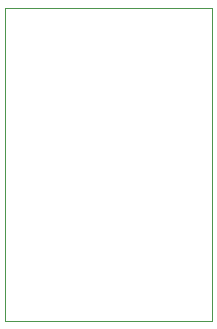
<source format=gm1>
G04 #@! TF.GenerationSoftware,KiCad,Pcbnew,(5.1.7)-1*
G04 #@! TF.CreationDate,2022-03-16T13:26:47+01:00*
G04 #@! TF.ProjectId,bluetooth-board,626c7565-746f-46f7-9468-2d626f617264,rev?*
G04 #@! TF.SameCoordinates,Original*
G04 #@! TF.FileFunction,Profile,NP*
%FSLAX46Y46*%
G04 Gerber Fmt 4.6, Leading zero omitted, Abs format (unit mm)*
G04 Created by KiCad (PCBNEW (5.1.7)-1) date 2022-03-16 13:26:47*
%MOMM*%
%LPD*%
G01*
G04 APERTURE LIST*
G04 #@! TA.AperFunction,Profile*
%ADD10C,0.050000*%
G04 #@! TD*
G04 APERTURE END LIST*
D10*
X15100000Y-41310000D02*
X15100000Y-14810000D01*
X32600000Y-41310000D02*
X15100000Y-41310000D01*
X32600000Y-14810000D02*
X32600000Y-41310000D01*
X15100000Y-14810000D02*
X32600000Y-14810000D01*
M02*

</source>
